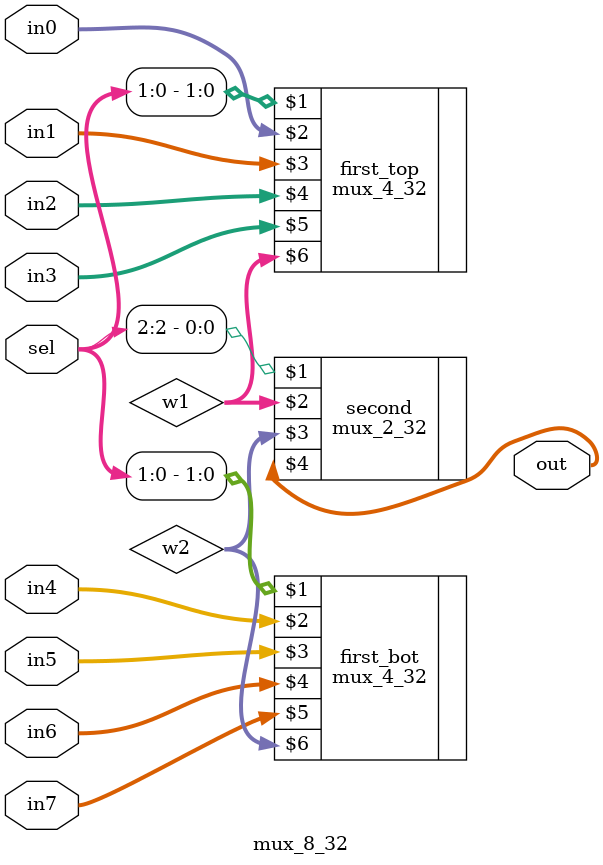
<source format=v>
module mux_8_32(sel, in0, in1, in2, in3, in4, in5, in6, in7, out);
	input [2:0] sel;
	input [31:0] in0, in1, in2, in3, in4, in5, in6, in7;
	output [31:0] out;
	wire [31:0] w1, w2;
	mux_4_32 first_top(sel[1:0], in0, in1, in2, in3, w1);
	mux_4_32 first_bot(sel[1:0], in4, in5, in6, in7, w2);
	mux_2_32 second(sel[2], w1, w2, out);
endmodule

</source>
